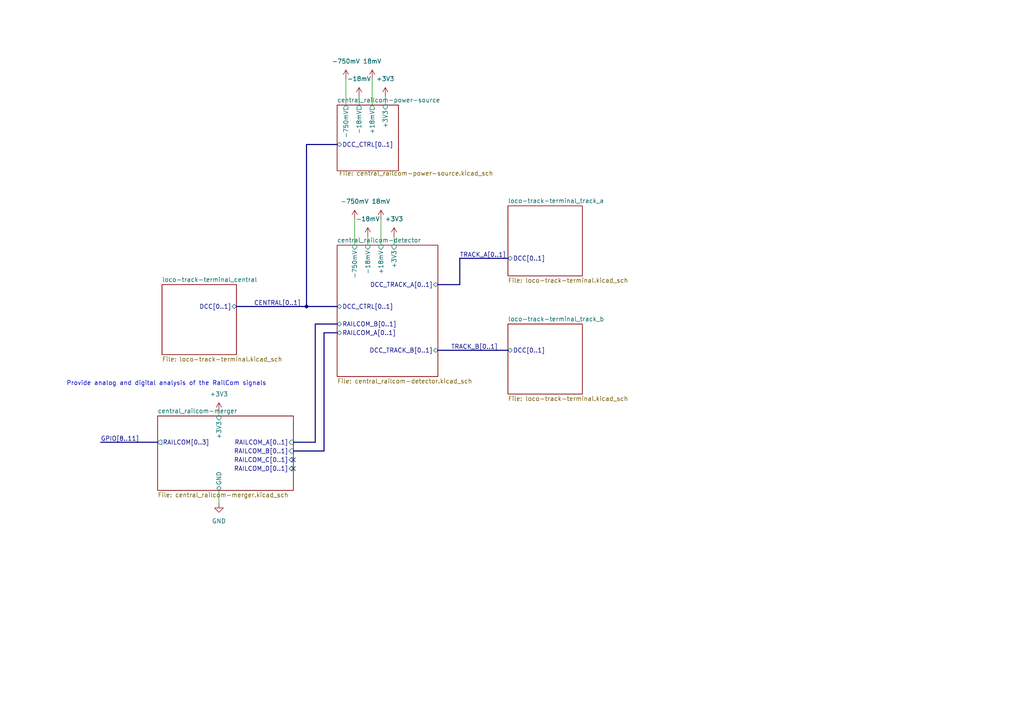
<source format=kicad_sch>
(kicad_sch (version 20231120) (generator "eeschema") (generator_version "8.0")
  (paper "A4")
  (lib_symbols
    (symbol "power:+3V3" (power) (pin_names (offset 0))
      (property "Value" "+3V3" (at 0 3.556 0))
      (symbol "+3V3_0_1"
        (polyline (pts (xy -0.762 1.27) (xy 0 2.54)))
        (polyline (pts (xy 0 0) (xy 0 2.54)))
        (polyline (pts (xy 0 2.54) (xy 0.762 1.27)))
      )
      (symbol "+3V3_1_1"
        (pin power_in line (at 0 0 90) (length 0) hide (name "+3V3") (number "1"))
      )
    )
    (symbol "power:GND" (power) (pin_names (offset 0))
      (property "Value" "GND" (at 0 -3.81 0))
      (symbol "GND_0_1"
        (polyline (pts (xy 0 0) (xy 0 -1.27) (xy 1.27 -1.27) (xy 0 -2.54) (xy -1.27 -1.27) (xy 0 -1.27)))
      )
      (symbol "GND_1_1"
        (pin power_in line (at 0 0 270) (length 0) hide (name "GND") (number "1"))
      )
    )
  )
  (junction (at 88.9 88.9))
  (no_connect (at 85.09 135.89))
  (no_connect (at 85.09 133.35))
  (bus (pts (xy 93.98 96.52) (xy 97.79 96.52)))
  (bus (pts (xy 133.35 74.93) (xy 147.32 74.93)))
  (bus (pts (xy 85.09 128.27) (xy 91.44 128.27)))
  (bus (pts (xy 133.35 82.55) (xy 133.35 74.93)))
  (wire (pts (xy 106.68 68.58) (xy 106.68 71.12)))
  (wire (pts (xy 63.5 142.24) (xy 63.5 146.05)))
  (bus (pts (xy 85.09 130.81) (xy 93.98 130.81)))
  (bus (pts (xy 127 82.55) (xy 133.35 82.55)))
  (bus (pts (xy 127 101.6) (xy 147.32 101.6)))
  (wire (pts (xy 107.95 22.86) (xy 107.95 30.48)))
  (wire (pts (xy 63.5 119.38) (xy 63.5 120.65)))
  (bus (pts (xy 88.9 41.91) (xy 88.9 88.9)))
  (bus (pts (xy 68.58 88.9) (xy 88.9 88.9)))
  (wire (pts (xy 104.14 27.94) (xy 104.14 30.48)))
  (bus (pts (xy 91.44 93.98) (xy 97.79 93.98)))
  (bus (pts (xy 88.9 88.9) (xy 97.79 88.9)))
  (bus (pts (xy 88.9 41.91) (xy 97.79 41.91)))
  (bus (pts (xy 91.44 93.98) (xy 91.44 128.27)))
  (wire (pts (xy 110.49 63.5) (xy 110.49 71.12)))
  (bus (pts (xy 29.21 128.27) (xy 45.72 128.27)))
  (wire (pts (xy 100.33 22.86) (xy 100.33 30.48)))
  (wire (pts (xy 111.76 27.94) (xy 111.76 30.48)))
  (wire (pts (xy 114.3 68.58) (xy 114.3 71.12)))
  (bus (pts (xy 93.98 130.81) (xy 93.98 96.52)))
  (wire (pts (xy 102.87 63.5) (xy 102.87 71.12)))
  (text "Provide analog and digital analysis of the RailCom signals" (at 48.26 111.252 0) (effects (font (size 1.27 1.27))))
  (label "TRACK_B[0..1]" (at 130.81 101.6 0))
  (label "GPIO[8..11]" (at 29.21 128.27 0))
  (label "TRACK_A[0..1]" (at 133.35 74.93 0))
  (label "CENTRAL[0..1]" (at 73.66 88.9 0))
  (symbol (lib_id "power:+3V3") (at 107.95 22.86 0) (unit 1)
    (property "Reference" "#PWR013" (effects (hide yes)))
    (property "Value" "18mV" (at 107.95 17.78 0))
    (property "Description" "Power symbol creates a global label with name \"+3V3\"" (effects (hide yes)))
  )
  (symbol (lib_id "power:+3V3") (at 111.76 27.94 0) (unit 1)
    (property "Reference" "#PWR015" (effects (hide yes)))
    (property "Value" "+3V3" (at 111.76 22.86 0))
    (property "Description" "Power symbol creates a global label with name \"+3V3\"" (effects (hide yes)))
  )
  (symbol (lib_id "power:GND") (at 63.5 146.05 0) (unit 1)
    (property "Reference" "#PWR08" (effects (hide yes)))
    (property "Value" "GND" (at 63.5 151.13 0))
    (property "Description" "Power symbol creates a global label with name \"GND\" , ground" (effects (hide yes)))
  )
  (symbol (lib_id "power:+3V3") (at 104.14 27.94 0) (unit 1)
    (property "Reference" "#PWR011" (effects (hide yes)))
    (property "Value" "-18mV" (at 104.14 22.86 0))
    (property "Description" "Power symbol creates a global label with name \"+3V3\"" (effects (hide yes)))
  )
  (symbol (lib_id "power:+3V3") (at 63.5 119.38 0) (unit 1)
    (property "Reference" "#PWR07" (effects (hide yes)))
    (property "Value" "+3V3" (at 63.5 114.3 0))
    (property "Description" "Power symbol creates a global label with name \"+3V3\"" (effects (hide yes)))
  )
  (symbol (lib_id "power:+3V3") (at 102.87 63.5 0) (unit 1)
    (property "Reference" "#PWR010" (effects (hide yes)))
    (property "Value" "-750mV" (at 102.87 58.42 0))
    (property "Description" "Power symbol creates a global label with name \"+3V3\"" (effects (hide yes)))
  )
  (symbol (lib_id "power:+3V3") (at 100.33 22.86 0) (unit 1)
    (property "Reference" "#PWR09" (effects (hide yes)))
    (property "Value" "-750mV" (at 100.33 17.78 0))
    (property "Description" "Power symbol creates a global label with name \"+3V3\"" (effects (hide yes)))
  )
  (symbol (lib_id "power:+3V3") (at 106.68 68.58 0) (unit 1)
    (property "Reference" "#PWR012" (effects (hide yes)))
    (property "Value" "-18mV" (at 106.68 63.5 0))
    (property "Description" "Power symbol creates a global label with name \"+3V3\"" (effects (hide yes)))
  )
  (symbol (lib_id "power:+3V3") (at 114.3 68.58 0) (unit 1)
    (property "Reference" "#PWR018" (effects (hide yes)))
    (property "Value" "+3V3" (at 114.3 63.5 0))
    (property "Description" "Power symbol creates a global label with name \"+3V3\"" (effects (hide yes)))
  )
  (symbol (lib_id "power:+3V3") (at 110.49 63.5 0) (unit 1)
    (property "Reference" "#PWR014" (effects (hide yes)))
    (property "Value" "18mV" (at 110.49 58.42 0))
    (property "Description" "Power symbol creates a global label with name \"+3V3\"" (effects (hide yes)))
  )
  (sheet (at 147.32 93.98) (size 21.59 20.32) (stroke (width 0.1524))
    (property "Sheetname" "loco-track-terminal_track_b" (at 147.32 93.2684 0) (effects (justify left bottom)))
    (property "Sheetfile" "loco-track-terminal.kicad_sch" (at 147.32 114.8846 0) (effects (justify left top)))
    (pin "DCC[0..1]" bidirectional (at 147.32 101.6 180))
  )
  (sheet (at 45.72 120.65) (size 39.37 21.59) (stroke (width 0.1524))
    (property "Sheetname" "central_railcom-merger" (at 45.72 119.9384 0) (effects (justify left bottom)))
    (property "Sheetfile" "central_railcom-merger.kicad_sch" (at 45.72 142.8246 0) (effects (justify left top)))
    (pin "RAILCOM_D[0..1]" input (at 85.09 135.89 0))
    (pin "RAILCOM_C[0..1]" input (at 85.09 133.35 0))
    (pin "RAILCOM_B[0..1]" input (at 85.09 130.81 0))
    (pin "RAILCOM_A[0..1]" input (at 85.09 128.27 0))
    (pin "GND" bidirectional (at 63.5 142.24 270))
    (pin "RAILCOM[0..3]" output (at 45.72 128.27 180))
    (pin "+3V3" input (at 63.5 120.65 90))
  )
  (sheet (at 97.79 71.12) (size 29.21 38.1) (stroke (width 0.1524))
    (property "Sheetname" "central_railcom-detector" (at 97.79 70.4084 0) (effects (justify left bottom)))
    (property "Sheetfile" "central_railcom-detector.kicad_sch" (at 97.79 109.8046 0) (effects (justify left top)))
    (pin "DCC_CTRL[0..1]" bidirectional (at 97.79 88.9 180))
    (pin "DCC_TRACK_A[0..1]" bidirectional (at 127 82.55 0))
    (pin "DCC_TRACK_B[0..1]" bidirectional (at 127 101.6 0))
    (pin "-18mV" input (at 106.68 71.12 90))
    (pin "+18mV" input (at 110.49 71.12 90))
    (pin "-750mV" input (at 102.87 71.12 90))
    (pin "+3V3" input (at 114.3 71.12 90))
    (pin "RAILCOM_B[0..1]" bidirectional (at 97.79 93.98 180))
    (pin "RAILCOM_A[0..1]" bidirectional (at 97.79 96.52 180))
  )
  (sheet (at 147.32 59.69) (size 21.59 20.32) (stroke (width 0.1524))
    (property "Sheetname" "loco-track-terminal_track_a" (at 147.32 58.9784 0) (effects (justify left bottom)))
    (property "Sheetfile" "loco-track-terminal.kicad_sch" (at 147.32 80.5946 0) (effects (justify left top)))
    (pin "DCC[0..1]" bidirectional (at 147.32 74.93 180))
  )
  (sheet (at 46.99 82.55) (size 21.59 20.32) (stroke (width 0.1524))
    (property "Sheetname" "loco-track-terminal_central" (at 46.99 81.8384 0) (effects (justify left bottom)))
    (property "Sheetfile" "loco-track-terminal.kicad_sch" (at 46.99 103.4546 0) (effects (justify left top)))
    (pin "DCC[0..1]" bidirectional (at 68.58 88.9 0))
  )
  (sheet (at 97.79 30.48) (size 17.78 19.05) (stroke (width 0.1524))
    (property "Sheetname" "central_railcom-power-source" (at 97.79 29.7684 0) (effects (justify left bottom)))
    (property "Sheetfile" "central_railcom-power-source.kicad_sch" (at 98.298 49.53 0) (effects (justify left top)))
    (pin "DCC_CTRL[0..1]" bidirectional (at 97.79 41.91 180))
    (pin "+3V3" input (at 111.76 30.48 90))
    (pin "+18mV" output (at 107.95 30.48 90))
    (pin "-750mV" output (at 100.33 30.48 90))
    (pin "-18mV" output (at 104.14 30.48 90))
  )
)
</source>
